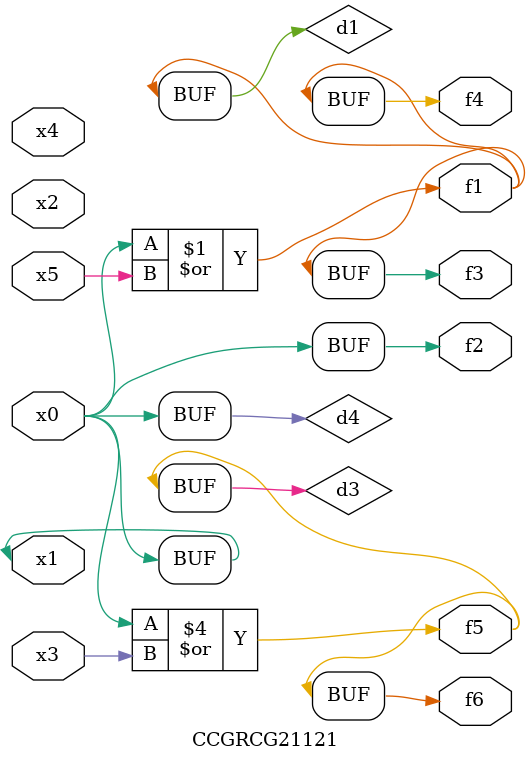
<source format=v>
module CCGRCG21121(
	input x0, x1, x2, x3, x4, x5,
	output f1, f2, f3, f4, f5, f6
);

	wire d1, d2, d3, d4;

	or (d1, x0, x5);
	xnor (d2, x1, x4);
	or (d3, x0, x3);
	buf (d4, x0, x1);
	assign f1 = d1;
	assign f2 = d4;
	assign f3 = d1;
	assign f4 = d1;
	assign f5 = d3;
	assign f6 = d3;
endmodule

</source>
